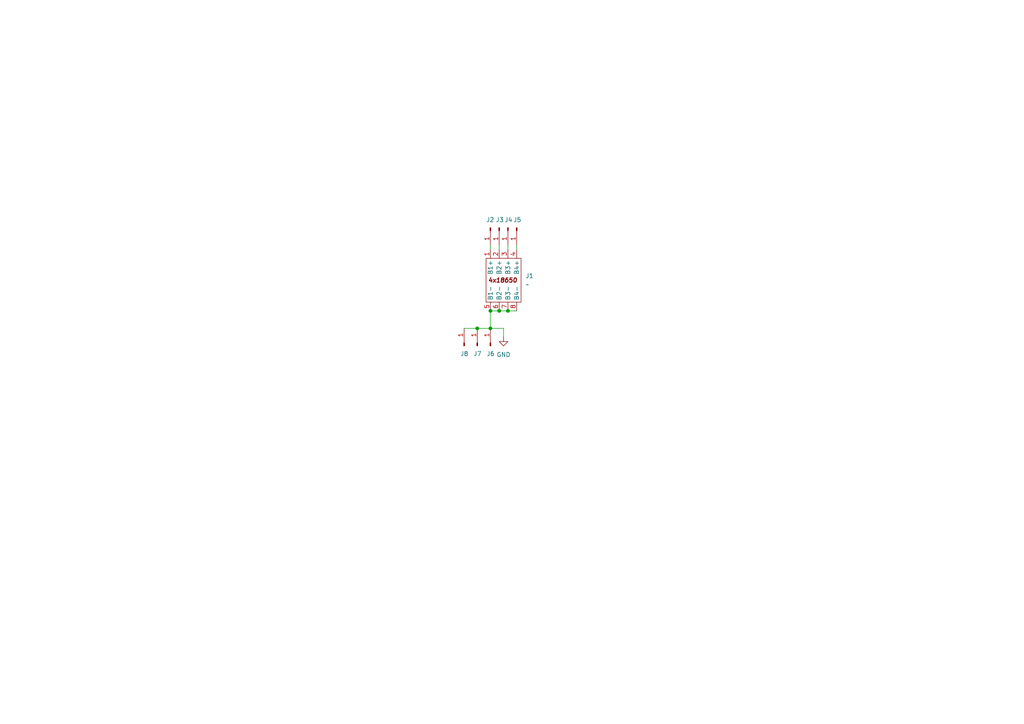
<source format=kicad_sch>
(kicad_sch (version 20250114) (generator "eeschema") (generator_version "9.0")
  (paper "A4")
  (lib_symbols
    (symbol "Connector:Conn_01x01_Pin" (pin_names (offset 1.016) (hide yes))
      (property "Reference" "J" (at 0 2.54 0))
      (property "Value" "Conn_01x01_Pin" (at 0 -2.54 0))
      (symbol "Conn_01x01_Pin_1_1"
        (rectangle (start 0.8636 0.127) (end 0 -0.127) (stroke (width 0.1524)) (fill (type outline)))
        (polyline (pts (xy 1.27 0) (xy 0.8636 0)) (stroke (width 0.1524)))
        (pin passive line (at 5.08 0 180) (length 3.81) (name "Pin_1") (number "1"))
      )
    )
    (symbol "JK_symbols:CellHolder_18650_4x_Parallel"
      (property "Reference" "J" (at -7.366 0 0))
      (symbol "CellHolder_18650_4x_Parallel_0_1"
        (rectangle (start -5.08 6.35) (end 5.08 -6.35))
      )
      (symbol "CellHolder_18650_4x_Parallel_1_1"
        (text "4x18650" (at -0.254 0 0) (effects (font (size 1.27 1.27) (thickness 0.254) (bold yes) (italic yes))))
        (pin input line (at -3.81 8.89 270) (length 2.54) (name "B1+") (number "1"))
        (pin input line (at -3.81 -8.89 90) (length 2.54) (name "B1-") (number "5"))
        (pin input line (at -1.27 8.89 270) (length 2.54) (name "B2+") (number "2"))
        (pin input line (at -1.27 -8.89 90) (length 2.54) (name "B2-") (number "6"))
        (pin input line (at 1.27 8.89 270) (length 2.54) (name "B3+") (number "3"))
        (pin input line (at 1.27 -8.89 90) (length 2.54) (name "B3-") (number "7"))
        (pin input line (at 3.81 8.89 270) (length 2.54) (name "B4+") (number "4"))
        (pin input line (at 3.81 -8.89 90) (length 2.54) (name "B4-") (number "8"))
      )
    )
    (symbol "power:GND" (power) (pin_numbers (hide yes)) (pin_names (offset 0) (hide yes))
      (property "Value" "GND" (at 0 -3.81 0))
      (symbol "GND_0_1"
        (polyline (pts (xy 0 0) (xy 0 -1.27) (xy 1.27 -1.27) (xy 0 -2.54) (xy -1.27 -1.27) (xy 0 -1.27)))
      )
      (symbol "GND_1_1"
        (pin power_in line (at 0 0 270) (length 0) (name "~") (number "1"))
      )
    )
  )
  (junction (at 144.78 90.17))
  (junction (at 138.43 95.25))
  (junction (at 142.24 95.25))
  (junction (at 147.32 90.17))
  (junction (at 142.24 90.17))
  (wire (pts (xy 142.24 71.12) (xy 142.24 72.39)))
  (wire (pts (xy 147.32 71.12) (xy 147.32 72.39)))
  (wire (pts (xy 146.05 95.25) (xy 146.05 97.79)))
  (wire (pts (xy 146.05 95.25) (xy 142.24 95.25)))
  (wire (pts (xy 144.78 71.12) (xy 144.78 72.39)))
  (wire (pts (xy 134.62 95.25) (xy 138.43 95.25)))
  (wire (pts (xy 138.43 95.25) (xy 142.24 95.25)))
  (wire (pts (xy 147.32 90.17) (xy 144.78 90.17)))
  (wire (pts (xy 144.78 90.17) (xy 142.24 90.17)))
  (wire (pts (xy 142.24 90.17) (xy 142.24 95.25)))
  (wire (pts (xy 149.86 71.12) (xy 149.86 72.39)))
  (wire (pts (xy 149.86 90.17) (xy 147.32 90.17)))
  (symbol (lib_id "Connector:Conn_01x01_Pin") (at 144.78 66.04 270) (unit 1)
    (property "Reference" "J3" (at 143.764 63.754 90) (effects (justify left)))
    (property "Value" "Conn_01x01_Pin" (effects (hide yes)))
    (property "Footprint" "JK_footprints:Faston_C27636945" (effects (hide yes)))
    (property "Description" "Generic connector, single row, 01x01, script generated" (effects (hide yes)))
  )
  (symbol (lib_id "power:GND") (at 146.05 97.79 0) (unit 1)
    (property "Reference" "#PWR01" (effects (hide yes)))
    (property "Value" "GND" (at 146.05 102.87 0))
    (property "Description" "Power symbol creates a global label with name \"GND\" , ground" (effects (hide yes)))
  )
  (symbol (lib_id "Connector:Conn_01x01_Pin") (at 134.62 100.33 90) (unit 1)
    (property "Reference" "J8" (at 135.89 102.616 90) (effects (justify left)))
    (property "Value" "Conn_01x01_Pin" (effects (hide yes)))
    (property "Footprint" "JK_footprints:Faston_C27636945" (effects (hide yes)))
    (property "Description" "Generic connector, single row, 01x01, script generated" (effects (hide yes)))
  )
  (symbol (lib_id "Connector:Conn_01x01_Pin") (at 138.43 100.33 90) (unit 1)
    (property "Reference" "J7" (at 139.7 102.616 90) (effects (justify left)))
    (property "Value" "Conn_01x01_Pin" (effects (hide yes)))
    (property "Footprint" "JK_footprints:Faston_C27636945" (effects (hide yes)))
    (property "Description" "Generic connector, single row, 01x01, script generated" (effects (hide yes)))
  )
  (symbol (lib_id "Connector:Conn_01x01_Pin") (at 142.24 100.33 90) (unit 1)
    (property "Reference" "J6" (at 143.51 102.616 90) (effects (justify left)))
    (property "Value" "Conn_01x01_Pin" (effects (hide yes)))
    (property "Footprint" "JK_footprints:Faston_C27636945" (effects (hide yes)))
    (property "Description" "Generic connector, single row, 01x01, script generated" (effects (hide yes)))
  )
  (symbol (lib_id "Connector:Conn_01x01_Pin") (at 142.24 66.04 270) (unit 1)
    (property "Reference" "J2" (at 140.97 63.754 90) (effects (justify left)))
    (property "Value" "Conn_01x01_Pin" (effects (hide yes)))
    (property "Footprint" "JK_footprints:Faston_C27636945" (effects (hide yes)))
    (property "Description" "Generic connector, single row, 01x01, script generated" (effects (hide yes)))
  )
  (symbol (lib_id "Connector:Conn_01x01_Pin") (at 147.32 66.04 270) (unit 1)
    (property "Reference" "J4" (at 146.304 63.754 90) (effects (justify left)))
    (property "Value" "Conn_01x01_Pin" (effects (hide yes)))
    (property "Footprint" "JK_footprints:Faston_C27636945" (effects (hide yes)))
    (property "Description" "Generic connector, single row, 01x01, script generated" (effects (hide yes)))
  )
  (symbol (lib_id "Connector:Conn_01x01_Pin") (at 149.86 66.04 270) (unit 1)
    (property "Reference" "J5" (at 148.844 63.754 90) (effects (justify left)))
    (property "Value" "Conn_01x01_Pin" (effects (hide yes)))
    (property "Footprint" "JK_footprints:Faston_C27636945" (effects (hide yes)))
    (property "Description" "Generic connector, single row, 01x01, script generated" (effects (hide yes)))
  )
  (symbol (lib_id "JK_symbols:CellHolder_18650_4x_Parallel") (at 146.05 81.28 0) (unit 1)
    (property "Reference" "J1" (at 152.4 80.0099 0) (effects (justify left)))
    (property "Value" "~" (at 152.4 82.5499 0) (effects (justify left)))
    (property "Footprint" "JK_footprints:4xCellHolder_18650" (effects (hide yes)))
  )
)
</source>
